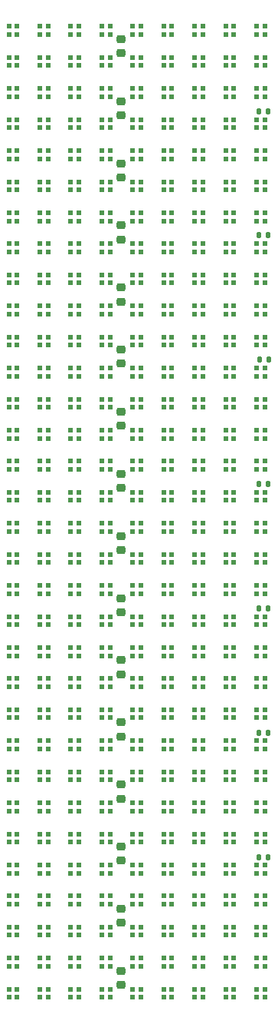
<source format=gbr>
G04 #@! TF.GenerationSoftware,KiCad,Pcbnew,7.0.8*
G04 #@! TF.CreationDate,2023-10-14T22:57:58-04:00*
G04 #@! TF.ProjectId,MicrocontrollerInputModule,4d696372-6f63-46f6-9e74-726f6c6c6572,V2*
G04 #@! TF.SameCoordinates,Original*
G04 #@! TF.FileFunction,Paste,Top*
G04 #@! TF.FilePolarity,Positive*
%FSLAX46Y46*%
G04 Gerber Fmt 4.6, Leading zero omitted, Abs format (unit mm)*
G04 Created by KiCad (PCBNEW 7.0.8) date 2023-10-14 22:57:58*
%MOMM*%
%LPD*%
G01*
G04 APERTURE LIST*
G04 Aperture macros list*
%AMRoundRect*
0 Rectangle with rounded corners*
0 $1 Rounding radius*
0 $2 $3 $4 $5 $6 $7 $8 $9 X,Y pos of 4 corners*
0 Add a 4 corners polygon primitive as box body*
4,1,4,$2,$3,$4,$5,$6,$7,$8,$9,$2,$3,0*
0 Add four circle primitives for the rounded corners*
1,1,$1+$1,$2,$3*
1,1,$1+$1,$4,$5*
1,1,$1+$1,$6,$7*
1,1,$1+$1,$8,$9*
0 Add four rect primitives between the rounded corners*
20,1,$1+$1,$2,$3,$4,$5,0*
20,1,$1+$1,$4,$5,$6,$7,0*
20,1,$1+$1,$6,$7,$8,$9,0*
20,1,$1+$1,$8,$9,$2,$3,0*%
G04 Aperture macros list end*
%ADD10R,0.500000X0.500000*%
%ADD11RoundRect,0.225000X-0.250000X0.225000X-0.250000X-0.225000X0.250000X-0.225000X0.250000X0.225000X0*%
%ADD12RoundRect,0.135000X-0.135000X-0.185000X0.135000X-0.185000X0.135000X0.185000X-0.135000X0.185000X0*%
G04 APERTURE END LIST*
D10*
X56826107Y-116987108D03*
X56826107Y-116087108D03*
X55926107Y-116087108D03*
X55926107Y-116987108D03*
X46557107Y-96449108D03*
X46557107Y-95549108D03*
X45657107Y-95549108D03*
X45657107Y-96449108D03*
X60249107Y-55373108D03*
X60249107Y-54473108D03*
X59349107Y-54473108D03*
X59349107Y-55373108D03*
X53403107Y-34835108D03*
X53403107Y-33935108D03*
X52503107Y-33935108D03*
X52503107Y-34835108D03*
X39711107Y-116987108D03*
X39711107Y-116087108D03*
X38811107Y-116087108D03*
X38811107Y-116987108D03*
X32865107Y-99872108D03*
X32865107Y-98972108D03*
X31965107Y-98972108D03*
X31965107Y-99872108D03*
X49980107Y-69065108D03*
X49980107Y-68165108D03*
X49080107Y-68165108D03*
X49080107Y-69065108D03*
X43134107Y-62219108D03*
X43134107Y-61319108D03*
X42234107Y-61319108D03*
X42234107Y-62219108D03*
X46557107Y-72488108D03*
X46557107Y-71588108D03*
X45657107Y-71588108D03*
X45657107Y-72488108D03*
X60249107Y-58796108D03*
X60249107Y-57896108D03*
X59349107Y-57896108D03*
X59349107Y-58796108D03*
X46557107Y-75911108D03*
X46557107Y-75011108D03*
X45657107Y-75011108D03*
X45657107Y-75911108D03*
X39711107Y-41681108D03*
X39711107Y-40781108D03*
X38811107Y-40781108D03*
X38811107Y-41681108D03*
X60249107Y-86180108D03*
X60249107Y-85280108D03*
X59349107Y-85280108D03*
X59349107Y-86180108D03*
X39711107Y-79334108D03*
X39711107Y-78434108D03*
X38811107Y-78434108D03*
X38811107Y-79334108D03*
X36288107Y-79334108D03*
X36288107Y-78434108D03*
X35388107Y-78434108D03*
X35388107Y-79334108D03*
D11*
X44325000Y-42181000D03*
X44325000Y-43731000D03*
X44325000Y-21643000D03*
X44325000Y-23193000D03*
D10*
X49980107Y-110141108D03*
X49980107Y-109241108D03*
X49080107Y-109241108D03*
X49080107Y-110141108D03*
X46557107Y-65642108D03*
X46557107Y-64742108D03*
X45657107Y-64742108D03*
X45657107Y-65642108D03*
X56826107Y-123833108D03*
X56826107Y-122933108D03*
X55926107Y-122933108D03*
X55926107Y-123833108D03*
X60249107Y-106718108D03*
X60249107Y-105818108D03*
X59349107Y-105818108D03*
X59349107Y-106718108D03*
X32865107Y-127256108D03*
X32865107Y-126356108D03*
X31965107Y-126356108D03*
X31965107Y-127256108D03*
X36288107Y-41681108D03*
X36288107Y-40781108D03*
X35388107Y-40781108D03*
X35388107Y-41681108D03*
X46557107Y-106718108D03*
X46557107Y-105818108D03*
X45657107Y-105818108D03*
X45657107Y-106718108D03*
X56826107Y-99872108D03*
X56826107Y-98972108D03*
X55926107Y-98972108D03*
X55926107Y-99872108D03*
X46557107Y-110141108D03*
X46557107Y-109241108D03*
X45657107Y-109241108D03*
X45657107Y-110141108D03*
X49980107Y-72488108D03*
X49980107Y-71588108D03*
X49080107Y-71588108D03*
X49080107Y-72488108D03*
X39711107Y-62219108D03*
X39711107Y-61319108D03*
X38811107Y-61319108D03*
X38811107Y-62219108D03*
X60249107Y-127256108D03*
X60249107Y-126356108D03*
X59349107Y-126356108D03*
X59349107Y-127256108D03*
X49980107Y-34835108D03*
X49980107Y-33935108D03*
X49080107Y-33935108D03*
X49080107Y-34835108D03*
X36288107Y-75911108D03*
X36288107Y-75011108D03*
X35388107Y-75011108D03*
X35388107Y-75911108D03*
X43134107Y-103295108D03*
X43134107Y-102395108D03*
X42234107Y-102395108D03*
X42234107Y-103295108D03*
X56826107Y-31412108D03*
X56826107Y-30512108D03*
X55926107Y-30512108D03*
X55926107Y-31412108D03*
X49980107Y-96449108D03*
X49980107Y-95549108D03*
X49080107Y-95549108D03*
X49080107Y-96449108D03*
X36288107Y-58796108D03*
X36288107Y-57896108D03*
X35388107Y-57896108D03*
X35388107Y-58796108D03*
X53403107Y-51950108D03*
X53403107Y-51050108D03*
X52503107Y-51050108D03*
X52503107Y-51950108D03*
X43134107Y-127256108D03*
X43134107Y-126356108D03*
X42234107Y-126356108D03*
X42234107Y-127256108D03*
X39711107Y-65642108D03*
X39711107Y-64742108D03*
X38811107Y-64742108D03*
X38811107Y-65642108D03*
X43134107Y-123833108D03*
X43134107Y-122933108D03*
X42234107Y-122933108D03*
X42234107Y-123833108D03*
X39711107Y-127256108D03*
X39711107Y-126356108D03*
X38811107Y-126356108D03*
X38811107Y-127256108D03*
X32865107Y-51950108D03*
X32865107Y-51050108D03*
X31965107Y-51050108D03*
X31965107Y-51950108D03*
X53403107Y-113564108D03*
X53403107Y-112664108D03*
X52503107Y-112664108D03*
X52503107Y-113564108D03*
X53403107Y-79334108D03*
X53403107Y-78434108D03*
X52503107Y-78434108D03*
X52503107Y-79334108D03*
X36288107Y-31412108D03*
X36288107Y-30512108D03*
X35388107Y-30512108D03*
X35388107Y-31412108D03*
X49980107Y-116987108D03*
X49980107Y-116087108D03*
X49080107Y-116087108D03*
X49080107Y-116987108D03*
X60249107Y-45104108D03*
X60249107Y-44204108D03*
X59349107Y-44204108D03*
X59349107Y-45104108D03*
X46557107Y-103295108D03*
X46557107Y-102395108D03*
X45657107Y-102395108D03*
X45657107Y-103295108D03*
X36288107Y-72488108D03*
X36288107Y-71588108D03*
X35388107Y-71588108D03*
X35388107Y-72488108D03*
X43134107Y-79334108D03*
X43134107Y-78434108D03*
X42234107Y-78434108D03*
X42234107Y-79334108D03*
D12*
X59607107Y-43199608D03*
X60627107Y-43199608D03*
D10*
X36288107Y-65642108D03*
X36288107Y-64742108D03*
X35388107Y-64742108D03*
X35388107Y-65642108D03*
X39711107Y-21143108D03*
X39711107Y-20243108D03*
X38811107Y-20243108D03*
X38811107Y-21143108D03*
X56826107Y-103295108D03*
X56826107Y-102395108D03*
X55926107Y-102395108D03*
X55926107Y-103295108D03*
X39711107Y-58796108D03*
X39711107Y-57896108D03*
X38811107Y-57896108D03*
X38811107Y-58796108D03*
X32865107Y-72488108D03*
X32865107Y-71588108D03*
X31965107Y-71588108D03*
X31965107Y-72488108D03*
X36288107Y-99872108D03*
X36288107Y-98972108D03*
X35388107Y-98972108D03*
X35388107Y-99872108D03*
X46557107Y-48527108D03*
X46557107Y-47627108D03*
X45657107Y-47627108D03*
X45657107Y-48527108D03*
X49980107Y-86180108D03*
X49980107Y-85280108D03*
X49080107Y-85280108D03*
X49080107Y-86180108D03*
X46557107Y-113564108D03*
X46557107Y-112664108D03*
X45657107Y-112664108D03*
X45657107Y-113564108D03*
X39711107Y-69065108D03*
X39711107Y-68165108D03*
X38811107Y-68165108D03*
X38811107Y-69065108D03*
X60249107Y-62219108D03*
X60249107Y-61319108D03*
X59349107Y-61319108D03*
X59349107Y-62219108D03*
X46557107Y-21143108D03*
X46557107Y-20243108D03*
X45657107Y-20243108D03*
X45657107Y-21143108D03*
X32865107Y-93026108D03*
X32865107Y-92126108D03*
X31965107Y-92126108D03*
X31965107Y-93026108D03*
X60249107Y-51950108D03*
X60249107Y-51050108D03*
X59349107Y-51050108D03*
X59349107Y-51950108D03*
X32865107Y-110141108D03*
X32865107Y-109241108D03*
X31965107Y-109241108D03*
X31965107Y-110141108D03*
X60249107Y-75911108D03*
X60249107Y-75011108D03*
X59349107Y-75011108D03*
X59349107Y-75911108D03*
D12*
X59580000Y-111793500D03*
X60600000Y-111793500D03*
D10*
X36288107Y-69065108D03*
X36288107Y-68165108D03*
X35388107Y-68165108D03*
X35388107Y-69065108D03*
X43134107Y-72488108D03*
X43134107Y-71588108D03*
X42234107Y-71588108D03*
X42234107Y-72488108D03*
X53403107Y-89603108D03*
X53403107Y-88703108D03*
X52503107Y-88703108D03*
X52503107Y-89603108D03*
X56826107Y-127256108D03*
X56826107Y-126356108D03*
X55926107Y-126356108D03*
X55926107Y-127256108D03*
X32865107Y-58796108D03*
X32865107Y-57896108D03*
X31965107Y-57896108D03*
X31965107Y-58796108D03*
X39711107Y-96449108D03*
X39711107Y-95549108D03*
X38811107Y-95549108D03*
X38811107Y-96449108D03*
X46557107Y-55373108D03*
X46557107Y-54473108D03*
X45657107Y-54473108D03*
X45657107Y-55373108D03*
X49980107Y-120410108D03*
X49980107Y-119510108D03*
X49080107Y-119510108D03*
X49080107Y-120410108D03*
X32865107Y-86180108D03*
X32865107Y-85280108D03*
X31965107Y-85280108D03*
X31965107Y-86180108D03*
X46557107Y-27989108D03*
X46557107Y-27089108D03*
X45657107Y-27089108D03*
X45657107Y-27989108D03*
X60249107Y-48527108D03*
X60249107Y-47627108D03*
X59349107Y-47627108D03*
X59349107Y-48527108D03*
X36288107Y-55373108D03*
X36288107Y-54473108D03*
X35388107Y-54473108D03*
X35388107Y-55373108D03*
X49980107Y-106718108D03*
X49980107Y-105818108D03*
X49080107Y-105818108D03*
X49080107Y-106718108D03*
X46557107Y-38258108D03*
X46557107Y-37358108D03*
X45657107Y-37358108D03*
X45657107Y-38258108D03*
X53403107Y-45104108D03*
X53403107Y-44204108D03*
X52503107Y-44204108D03*
X52503107Y-45104108D03*
X46557107Y-31412108D03*
X46557107Y-30512108D03*
X45657107Y-30512108D03*
X45657107Y-31412108D03*
X43134107Y-58796108D03*
X43134107Y-57896108D03*
X42234107Y-57896108D03*
X42234107Y-58796108D03*
X43134107Y-89603108D03*
X43134107Y-88703108D03*
X42234107Y-88703108D03*
X42234107Y-89603108D03*
X32865107Y-24566108D03*
X32865107Y-23666108D03*
X31965107Y-23666108D03*
X31965107Y-24566108D03*
X36288107Y-51950108D03*
X36288107Y-51050108D03*
X35388107Y-51050108D03*
X35388107Y-51950108D03*
X36288107Y-93026108D03*
X36288107Y-92126108D03*
X35388107Y-92126108D03*
X35388107Y-93026108D03*
X56826107Y-106718108D03*
X56826107Y-105818108D03*
X55926107Y-105818108D03*
X55926107Y-106718108D03*
X43134107Y-51950108D03*
X43134107Y-51050108D03*
X42234107Y-51050108D03*
X42234107Y-51950108D03*
X39711107Y-120410108D03*
X39711107Y-119510108D03*
X38811107Y-119510108D03*
X38811107Y-120410108D03*
X60249107Y-96449108D03*
X60249107Y-95549108D03*
X59349107Y-95549108D03*
X59349107Y-96449108D03*
X60249107Y-38258108D03*
X60249107Y-37358108D03*
X59349107Y-37358108D03*
X59349107Y-38258108D03*
X43134107Y-75911108D03*
X43134107Y-75011108D03*
X42234107Y-75011108D03*
X42234107Y-75911108D03*
X39711107Y-72488108D03*
X39711107Y-71588108D03*
X38811107Y-71588108D03*
X38811107Y-72488108D03*
X43134107Y-106718108D03*
X43134107Y-105818108D03*
X42234107Y-105818108D03*
X42234107Y-106718108D03*
X49980107Y-82757108D03*
X49980107Y-81857108D03*
X49080107Y-81857108D03*
X49080107Y-82757108D03*
X49980107Y-55373108D03*
X49980107Y-54473108D03*
X49080107Y-54473108D03*
X49080107Y-55373108D03*
X36288107Y-106718108D03*
X36288107Y-105818108D03*
X35388107Y-105818108D03*
X35388107Y-106718108D03*
X49980107Y-113564108D03*
X49980107Y-112664108D03*
X49080107Y-112664108D03*
X49080107Y-113564108D03*
D11*
X44325000Y-49027000D03*
X44325000Y-50577000D03*
D10*
X32865107Y-123833108D03*
X32865107Y-122933108D03*
X31965107Y-122933108D03*
X31965107Y-123833108D03*
X46557107Y-51950108D03*
X46557107Y-51050108D03*
X45657107Y-51050108D03*
X45657107Y-51950108D03*
X53403107Y-86180108D03*
X53403107Y-85280108D03*
X52503107Y-85280108D03*
X52503107Y-86180108D03*
X39711107Y-103295108D03*
X39711107Y-102395108D03*
X38811107Y-102395108D03*
X38811107Y-103295108D03*
X46557107Y-34835108D03*
X46557107Y-33935108D03*
X45657107Y-33935108D03*
X45657107Y-34835108D03*
X36288107Y-110141108D03*
X36288107Y-109241108D03*
X35388107Y-109241108D03*
X35388107Y-110141108D03*
X43134107Y-24566108D03*
X43134107Y-23666108D03*
X42234107Y-23666108D03*
X42234107Y-24566108D03*
X46557107Y-82757108D03*
X46557107Y-81857108D03*
X45657107Y-81857108D03*
X45657107Y-82757108D03*
X36288107Y-103295108D03*
X36288107Y-102395108D03*
X35388107Y-102395108D03*
X35388107Y-103295108D03*
X53403107Y-82757108D03*
X53403107Y-81857108D03*
X52503107Y-81857108D03*
X52503107Y-82757108D03*
X39711107Y-113564108D03*
X39711107Y-112664108D03*
X38811107Y-112664108D03*
X38811107Y-113564108D03*
X60249107Y-82757108D03*
X60249107Y-81857108D03*
X59349107Y-81857108D03*
X59349107Y-82757108D03*
X49980107Y-21143108D03*
X49980107Y-20243108D03*
X49080107Y-20243108D03*
X49080107Y-21143108D03*
X49980107Y-123833108D03*
X49980107Y-122933108D03*
X49080107Y-122933108D03*
X49080107Y-123833108D03*
X46557107Y-89603108D03*
X46557107Y-88703108D03*
X45657107Y-88703108D03*
X45657107Y-89603108D03*
X36288107Y-82757108D03*
X36288107Y-81857108D03*
X35388107Y-81857108D03*
X35388107Y-82757108D03*
X60249107Y-120410108D03*
X60249107Y-119510108D03*
X59349107Y-119510108D03*
X59349107Y-120410108D03*
X53403107Y-75911108D03*
X53403107Y-75011108D03*
X52503107Y-75011108D03*
X52503107Y-75911108D03*
X49980107Y-127256108D03*
X49980107Y-126356108D03*
X49080107Y-126356108D03*
X49080107Y-127256108D03*
X53403107Y-103295108D03*
X53403107Y-102395108D03*
X52503107Y-102395108D03*
X52503107Y-103295108D03*
X32865107Y-120410108D03*
X32865107Y-119510108D03*
X31965107Y-119510108D03*
X31965107Y-120410108D03*
X49980107Y-31412108D03*
X49980107Y-30512108D03*
X49080107Y-30512108D03*
X49080107Y-31412108D03*
X32865107Y-38258108D03*
X32865107Y-37358108D03*
X31965107Y-37358108D03*
X31965107Y-38258108D03*
X53403107Y-24566108D03*
X53403107Y-23666108D03*
X52503107Y-23666108D03*
X52503107Y-24566108D03*
X39711107Y-82757108D03*
X39711107Y-81857108D03*
X38811107Y-81857108D03*
X38811107Y-82757108D03*
X56826107Y-93026108D03*
X56826107Y-92126108D03*
X55926107Y-92126108D03*
X55926107Y-93026108D03*
X49980107Y-79334108D03*
X49980107Y-78434108D03*
X49080107Y-78434108D03*
X49080107Y-79334108D03*
X49980107Y-27989108D03*
X49980107Y-27089108D03*
X49080107Y-27089108D03*
X49080107Y-27989108D03*
X53403107Y-72488108D03*
X53403107Y-71588108D03*
X52503107Y-71588108D03*
X52503107Y-72488108D03*
X36288107Y-45104108D03*
X36288107Y-44204108D03*
X35388107Y-44204108D03*
X35388107Y-45104108D03*
X56826107Y-96449108D03*
X56826107Y-95549108D03*
X55926107Y-95549108D03*
X55926107Y-96449108D03*
X60249107Y-103295108D03*
X60249107Y-102395108D03*
X59349107Y-102395108D03*
X59349107Y-103295108D03*
X49980107Y-62219108D03*
X49980107Y-61319108D03*
X49080107Y-61319108D03*
X49080107Y-62219108D03*
X56826107Y-38258108D03*
X56826107Y-37358108D03*
X55926107Y-37358108D03*
X55926107Y-38258108D03*
X39711107Y-45104108D03*
X39711107Y-44204108D03*
X38811107Y-44204108D03*
X38811107Y-45104108D03*
X36288107Y-123833108D03*
X36288107Y-122933108D03*
X35388107Y-122933108D03*
X35388107Y-123833108D03*
X39711107Y-31412108D03*
X39711107Y-30512108D03*
X38811107Y-30512108D03*
X38811107Y-31412108D03*
X39711107Y-86180108D03*
X39711107Y-85280108D03*
X38811107Y-85280108D03*
X38811107Y-86180108D03*
X53403107Y-69065108D03*
X53403107Y-68165108D03*
X52503107Y-68165108D03*
X52503107Y-69065108D03*
X39711107Y-55373108D03*
X39711107Y-54473108D03*
X38811107Y-54473108D03*
X38811107Y-55373108D03*
X56826107Y-69065108D03*
X56826107Y-68165108D03*
X55926107Y-68165108D03*
X55926107Y-69065108D03*
X53403107Y-106718108D03*
X53403107Y-105818108D03*
X52503107Y-105818108D03*
X52503107Y-106718108D03*
X43134107Y-27989108D03*
X43134107Y-27089108D03*
X42234107Y-27089108D03*
X42234107Y-27989108D03*
X46557107Y-120410108D03*
X46557107Y-119510108D03*
X45657107Y-119510108D03*
X45657107Y-120410108D03*
X49980107Y-58796108D03*
X49980107Y-57896108D03*
X49080107Y-57896108D03*
X49080107Y-58796108D03*
X53403107Y-65642108D03*
X53403107Y-64742108D03*
X52503107Y-64742108D03*
X52503107Y-65642108D03*
X43134107Y-69065108D03*
X43134107Y-68165108D03*
X42234107Y-68165108D03*
X42234107Y-69065108D03*
D12*
X59600000Y-70692500D03*
X60620000Y-70692500D03*
D10*
X39711107Y-99872108D03*
X39711107Y-98972108D03*
X38811107Y-98972108D03*
X38811107Y-99872108D03*
X56826107Y-24566108D03*
X56826107Y-23666108D03*
X55926107Y-23666108D03*
X55926107Y-24566108D03*
X56826107Y-62219108D03*
X56826107Y-61319108D03*
X55926107Y-61319108D03*
X55926107Y-62219108D03*
X56826107Y-120410108D03*
X56826107Y-119510108D03*
X55926107Y-119510108D03*
X55926107Y-120410108D03*
X43134107Y-93026108D03*
X43134107Y-92126108D03*
X42234107Y-92126108D03*
X42234107Y-93026108D03*
X46557107Y-116987108D03*
X46557107Y-116087108D03*
X45657107Y-116087108D03*
X45657107Y-116987108D03*
X36288107Y-24566108D03*
X36288107Y-23666108D03*
X35388107Y-23666108D03*
X35388107Y-24566108D03*
X32865107Y-41681108D03*
X32865107Y-40781108D03*
X31965107Y-40781108D03*
X31965107Y-41681108D03*
X60249107Y-89603108D03*
X60249107Y-88703108D03*
X59349107Y-88703108D03*
X59349107Y-89603108D03*
X53403107Y-48527108D03*
X53403107Y-47627108D03*
X52503107Y-47627108D03*
X52503107Y-48527108D03*
X32865107Y-21143108D03*
X32865107Y-20243108D03*
X31965107Y-20243108D03*
X31965107Y-21143108D03*
X39711107Y-34835108D03*
X39711107Y-33935108D03*
X38811107Y-33935108D03*
X38811107Y-34835108D03*
X60249107Y-34835108D03*
X60249107Y-33935108D03*
X59349107Y-33935108D03*
X59349107Y-34835108D03*
X43134107Y-116987108D03*
X43134107Y-116087108D03*
X42234107Y-116087108D03*
X42234107Y-116987108D03*
X56826107Y-51950108D03*
X56826107Y-51050108D03*
X55926107Y-51050108D03*
X55926107Y-51950108D03*
X39711107Y-110141108D03*
X39711107Y-109241108D03*
X38811107Y-109241108D03*
X38811107Y-110141108D03*
X46557107Y-45104108D03*
X46557107Y-44204108D03*
X45657107Y-44204108D03*
X45657107Y-45104108D03*
X39711107Y-51950108D03*
X39711107Y-51050108D03*
X38811107Y-51050108D03*
X38811107Y-51950108D03*
X60249107Y-31412108D03*
X60249107Y-30512108D03*
X59349107Y-30512108D03*
X59349107Y-31412108D03*
X60249107Y-41681108D03*
X60249107Y-40781108D03*
X59349107Y-40781108D03*
X59349107Y-41681108D03*
X49980107Y-99872108D03*
X49980107Y-98972108D03*
X49080107Y-98972108D03*
X49080107Y-99872108D03*
X46557107Y-62219108D03*
X46557107Y-61319108D03*
X45657107Y-61319108D03*
X45657107Y-62219108D03*
X60249107Y-79334108D03*
X60249107Y-78434108D03*
X59349107Y-78434108D03*
X59349107Y-79334108D03*
X43134107Y-86180108D03*
X43134107Y-85280108D03*
X42234107Y-85280108D03*
X42234107Y-86180108D03*
X43134107Y-110141108D03*
X43134107Y-109241108D03*
X42234107Y-109241108D03*
X42234107Y-110141108D03*
X53403107Y-96449108D03*
X53403107Y-95549108D03*
X52503107Y-95549108D03*
X52503107Y-96449108D03*
X49980107Y-45104108D03*
X49980107Y-44204108D03*
X49080107Y-44204108D03*
X49080107Y-45104108D03*
X53403107Y-31412108D03*
X53403107Y-30512108D03*
X52503107Y-30512108D03*
X52503107Y-31412108D03*
X32865107Y-89603108D03*
X32865107Y-88703108D03*
X31965107Y-88703108D03*
X31965107Y-89603108D03*
D11*
X44325000Y-90103000D03*
X44325000Y-91653000D03*
D10*
X32865107Y-75911108D03*
X32865107Y-75011108D03*
X31965107Y-75011108D03*
X31965107Y-75911108D03*
X32865107Y-55373108D03*
X32865107Y-54473108D03*
X31965107Y-54473108D03*
X31965107Y-55373108D03*
X53403107Y-99872108D03*
X53403107Y-98972108D03*
X52503107Y-98972108D03*
X52503107Y-99872108D03*
X53403107Y-110141108D03*
X53403107Y-109241108D03*
X52503107Y-109241108D03*
X52503107Y-110141108D03*
X60249107Y-123833108D03*
X60249107Y-122933108D03*
X59349107Y-122933108D03*
X59349107Y-123833108D03*
X56826107Y-113564108D03*
X56826107Y-112664108D03*
X55926107Y-112664108D03*
X55926107Y-113564108D03*
D11*
X44325000Y-117487000D03*
X44325000Y-119037000D03*
D10*
X56826107Y-72488108D03*
X56826107Y-71588108D03*
X55926107Y-71588108D03*
X55926107Y-72488108D03*
D12*
X59580000Y-98093500D03*
X60600000Y-98093500D03*
D11*
X44325000Y-110641000D03*
X44325000Y-112191000D03*
D10*
X36288107Y-38258108D03*
X36288107Y-37358108D03*
X35388107Y-37358108D03*
X35388107Y-38258108D03*
X56826107Y-45104108D03*
X56826107Y-44204108D03*
X55926107Y-44204108D03*
X55926107Y-45104108D03*
X32865107Y-106718108D03*
X32865107Y-105818108D03*
X31965107Y-105818108D03*
X31965107Y-106718108D03*
X56826107Y-27989108D03*
X56826107Y-27089108D03*
X55926107Y-27089108D03*
X55926107Y-27989108D03*
X43134107Y-41681108D03*
X43134107Y-40781108D03*
X42234107Y-40781108D03*
X42234107Y-41681108D03*
X36288107Y-113564108D03*
X36288107Y-112664108D03*
X35388107Y-112664108D03*
X35388107Y-113564108D03*
X32865107Y-113564108D03*
X32865107Y-112664108D03*
X31965107Y-112664108D03*
X31965107Y-113564108D03*
D11*
X44325000Y-62719000D03*
X44325000Y-64269000D03*
D10*
X36288107Y-96449108D03*
X36288107Y-95549108D03*
X35388107Y-95549108D03*
X35388107Y-96449108D03*
X53403107Y-62219108D03*
X53403107Y-61319108D03*
X52503107Y-61319108D03*
X52503107Y-62219108D03*
X53403107Y-27989108D03*
X53403107Y-27089108D03*
X52503107Y-27089108D03*
X52503107Y-27989108D03*
X43134107Y-34835108D03*
X43134107Y-33935108D03*
X42234107Y-33935108D03*
X42234107Y-34835108D03*
X46557107Y-99872108D03*
X46557107Y-98972108D03*
X45657107Y-98972108D03*
X45657107Y-99872108D03*
X43134107Y-21143108D03*
X43134107Y-20243108D03*
X42234107Y-20243108D03*
X42234107Y-21143108D03*
D11*
X44325000Y-55873000D03*
X44325000Y-57423000D03*
D10*
X49980107Y-93026108D03*
X49980107Y-92126108D03*
X49080107Y-92126108D03*
X49080107Y-93026108D03*
X56826107Y-58796108D03*
X56826107Y-57896108D03*
X55926107Y-57896108D03*
X55926107Y-58796108D03*
X39711107Y-48527108D03*
X39711107Y-47627108D03*
X38811107Y-47627108D03*
X38811107Y-48527108D03*
X39711107Y-75911108D03*
X39711107Y-75011108D03*
X38811107Y-75011108D03*
X38811107Y-75911108D03*
X39711107Y-93026108D03*
X39711107Y-92126108D03*
X38811107Y-92126108D03*
X38811107Y-93026108D03*
X46557107Y-123833108D03*
X46557107Y-122933108D03*
X45657107Y-122933108D03*
X45657107Y-123833108D03*
X56826107Y-89603108D03*
X56826107Y-88703108D03*
X55926107Y-88703108D03*
X55926107Y-89603108D03*
X46557107Y-24566108D03*
X46557107Y-23666108D03*
X45657107Y-23666108D03*
X45657107Y-24566108D03*
X32865107Y-62219108D03*
X32865107Y-61319108D03*
X31965107Y-61319108D03*
X31965107Y-62219108D03*
X53403107Y-116987108D03*
X53403107Y-116087108D03*
X52503107Y-116087108D03*
X52503107Y-116987108D03*
X49980107Y-41681108D03*
X49980107Y-40781108D03*
X49080107Y-40781108D03*
X49080107Y-41681108D03*
X43134107Y-55373108D03*
X43134107Y-54473108D03*
X42234107Y-54473108D03*
X42234107Y-55373108D03*
X32865107Y-69065108D03*
X32865107Y-68165108D03*
X31965107Y-68165108D03*
X31965107Y-69065108D03*
X53403107Y-55373108D03*
X53403107Y-54473108D03*
X52503107Y-54473108D03*
X52503107Y-55373108D03*
X43134107Y-82757108D03*
X43134107Y-81857108D03*
X42234107Y-81857108D03*
X42234107Y-82757108D03*
X36288107Y-116987108D03*
X36288107Y-116087108D03*
X35388107Y-116087108D03*
X35388107Y-116987108D03*
D11*
X44325000Y-96949000D03*
X44325000Y-98499000D03*
D12*
X59607107Y-29593108D03*
X60627107Y-29593108D03*
X59580000Y-84393500D03*
X60600000Y-84393500D03*
D10*
X43134107Y-65642108D03*
X43134107Y-64742108D03*
X42234107Y-64742108D03*
X42234107Y-65642108D03*
X53403107Y-41681108D03*
X53403107Y-40781108D03*
X52503107Y-40781108D03*
X52503107Y-41681108D03*
X60249107Y-69065108D03*
X60249107Y-68165108D03*
X59349107Y-68165108D03*
X59349107Y-69065108D03*
X32865107Y-31412108D03*
X32865107Y-30512108D03*
X31965107Y-30512108D03*
X31965107Y-31412108D03*
X56826107Y-75911108D03*
X56826107Y-75011108D03*
X55926107Y-75011108D03*
X55926107Y-75911108D03*
X36288107Y-27989108D03*
X36288107Y-27089108D03*
X35388107Y-27089108D03*
X35388107Y-27989108D03*
X56826107Y-34835108D03*
X56826107Y-33935108D03*
X55926107Y-33935108D03*
X55926107Y-34835108D03*
X46557107Y-127256108D03*
X46557107Y-126356108D03*
X45657107Y-126356108D03*
X45657107Y-127256108D03*
X60249107Y-72488108D03*
X60249107Y-71588108D03*
X59349107Y-71588108D03*
X59349107Y-72488108D03*
X39711107Y-123833108D03*
X39711107Y-122933108D03*
X38811107Y-122933108D03*
X38811107Y-123833108D03*
X60249107Y-27989108D03*
X60249107Y-27089108D03*
X59349107Y-27089108D03*
X59349107Y-27989108D03*
X32865107Y-45104108D03*
X32865107Y-44204108D03*
X31965107Y-44204108D03*
X31965107Y-45104108D03*
X36288107Y-127256108D03*
X36288107Y-126356108D03*
X35388107Y-126356108D03*
X35388107Y-127256108D03*
X56826107Y-86180108D03*
X56826107Y-85280108D03*
X55926107Y-85280108D03*
X55926107Y-86180108D03*
X49980107Y-65642108D03*
X49980107Y-64742108D03*
X49080107Y-64742108D03*
X49080107Y-65642108D03*
X56826107Y-41681108D03*
X56826107Y-40781108D03*
X55926107Y-40781108D03*
X55926107Y-41681108D03*
X56826107Y-79334108D03*
X56826107Y-78434108D03*
X55926107Y-78434108D03*
X55926107Y-79334108D03*
X32865107Y-96449108D03*
X32865107Y-95549108D03*
X31965107Y-95549108D03*
X31965107Y-96449108D03*
X43134107Y-99872108D03*
X43134107Y-98972108D03*
X42234107Y-98972108D03*
X42234107Y-99872108D03*
X46557107Y-69065108D03*
X46557107Y-68165108D03*
X45657107Y-68165108D03*
X45657107Y-69065108D03*
X60249107Y-65642108D03*
X60249107Y-64742108D03*
X59349107Y-64742108D03*
X59349107Y-65642108D03*
X46557107Y-79334108D03*
X46557107Y-78434108D03*
X45657107Y-78434108D03*
X45657107Y-79334108D03*
X43134107Y-113564108D03*
X43134107Y-112664108D03*
X42234107Y-112664108D03*
X42234107Y-113564108D03*
X32865107Y-116987108D03*
X32865107Y-116087108D03*
X31965107Y-116087108D03*
X31965107Y-116987108D03*
X36288107Y-120410108D03*
X36288107Y-119510108D03*
X35388107Y-119510108D03*
X35388107Y-120410108D03*
X43134107Y-96449108D03*
X43134107Y-95549108D03*
X42234107Y-95549108D03*
X42234107Y-96449108D03*
X56826107Y-55373108D03*
X56826107Y-54473108D03*
X55926107Y-54473108D03*
X55926107Y-55373108D03*
X32865107Y-82757108D03*
X32865107Y-81857108D03*
X31965107Y-81857108D03*
X31965107Y-82757108D03*
X60249107Y-21143108D03*
X60249107Y-20243108D03*
X59349107Y-20243108D03*
X59349107Y-21143108D03*
X56826107Y-82757108D03*
X56826107Y-81857108D03*
X55926107Y-81857108D03*
X55926107Y-82757108D03*
X49980107Y-89603108D03*
X49980107Y-88703108D03*
X49080107Y-88703108D03*
X49080107Y-89603108D03*
X56826107Y-21143108D03*
X56826107Y-20243108D03*
X55926107Y-20243108D03*
X55926107Y-21143108D03*
X43134107Y-31412108D03*
X43134107Y-30512108D03*
X42234107Y-30512108D03*
X42234107Y-31412108D03*
X43134107Y-48527108D03*
X43134107Y-47627108D03*
X42234107Y-47627108D03*
X42234107Y-48527108D03*
X49980107Y-48527108D03*
X49980107Y-47627108D03*
X49080107Y-47627108D03*
X49080107Y-48527108D03*
X60249107Y-24566108D03*
X60249107Y-23666108D03*
X59349107Y-23666108D03*
X59349107Y-24566108D03*
X56826107Y-48527108D03*
X56826107Y-47627108D03*
X55926107Y-47627108D03*
X55926107Y-48527108D03*
X43134107Y-45104108D03*
X43134107Y-44204108D03*
X42234107Y-44204108D03*
X42234107Y-45104108D03*
X53403107Y-93026108D03*
X53403107Y-92126108D03*
X52503107Y-92126108D03*
X52503107Y-93026108D03*
X39711107Y-38258108D03*
X39711107Y-37358108D03*
X38811107Y-37358108D03*
X38811107Y-38258108D03*
D11*
X44325000Y-28489000D03*
X44325000Y-30039000D03*
D10*
X46557107Y-86180108D03*
X46557107Y-85280108D03*
X45657107Y-85280108D03*
X45657107Y-86180108D03*
X53403107Y-58796108D03*
X53403107Y-57896108D03*
X52503107Y-57896108D03*
X52503107Y-58796108D03*
X60249107Y-113564108D03*
X60249107Y-112664108D03*
X59349107Y-112664108D03*
X59349107Y-113564108D03*
X49980107Y-103295108D03*
X49980107Y-102395108D03*
X49080107Y-102395108D03*
X49080107Y-103295108D03*
X36288107Y-86180108D03*
X36288107Y-85280108D03*
X35388107Y-85280108D03*
X35388107Y-86180108D03*
X46557107Y-93026108D03*
X46557107Y-92126108D03*
X45657107Y-92126108D03*
X45657107Y-93026108D03*
X36288107Y-48527108D03*
X36288107Y-47627108D03*
X35388107Y-47627108D03*
X35388107Y-48527108D03*
X43134107Y-38258108D03*
X43134107Y-37358108D03*
X42234107Y-37358108D03*
X42234107Y-38258108D03*
X56826107Y-65642108D03*
X56826107Y-64742108D03*
X55926107Y-64742108D03*
X55926107Y-65642108D03*
X49980107Y-38258108D03*
X49980107Y-37358108D03*
X49080107Y-37358108D03*
X49080107Y-38258108D03*
X32865107Y-79334108D03*
X32865107Y-78434108D03*
X31965107Y-78434108D03*
X31965107Y-79334108D03*
X32865107Y-27989108D03*
X32865107Y-27089108D03*
X31965107Y-27089108D03*
X31965107Y-27989108D03*
X43134107Y-120410108D03*
X43134107Y-119510108D03*
X42234107Y-119510108D03*
X42234107Y-120410108D03*
X32865107Y-48527108D03*
X32865107Y-47627108D03*
X31965107Y-47627108D03*
X31965107Y-48527108D03*
X56826107Y-110141108D03*
X56826107Y-109241108D03*
X55926107Y-109241108D03*
X55926107Y-110141108D03*
X49980107Y-24566108D03*
X49980107Y-23666108D03*
X49080107Y-23666108D03*
X49080107Y-24566108D03*
X46557107Y-41681108D03*
X46557107Y-40781108D03*
X45657107Y-40781108D03*
X45657107Y-41681108D03*
X60249107Y-99872108D03*
X60249107Y-98972108D03*
X59349107Y-98972108D03*
X59349107Y-99872108D03*
D11*
X44325000Y-76411000D03*
X44325000Y-77961000D03*
D10*
X39711107Y-24566108D03*
X39711107Y-23666108D03*
X38811107Y-23666108D03*
X38811107Y-24566108D03*
X49980107Y-51950108D03*
X49980107Y-51050108D03*
X49080107Y-51050108D03*
X49080107Y-51950108D03*
X60249107Y-110141108D03*
X60249107Y-109241108D03*
X59349107Y-109241108D03*
X59349107Y-110141108D03*
D11*
X44325000Y-69565000D03*
X44325000Y-71115000D03*
D10*
X60249107Y-116987108D03*
X60249107Y-116087108D03*
X59349107Y-116087108D03*
X59349107Y-116987108D03*
X36288107Y-34835108D03*
X36288107Y-33935108D03*
X35388107Y-33935108D03*
X35388107Y-34835108D03*
X39711107Y-27989108D03*
X39711107Y-27089108D03*
X38811107Y-27089108D03*
X38811107Y-27989108D03*
X53403107Y-120410108D03*
X53403107Y-119510108D03*
X52503107Y-119510108D03*
X52503107Y-120410108D03*
X32865107Y-103295108D03*
X32865107Y-102395108D03*
X31965107Y-102395108D03*
X31965107Y-103295108D03*
D11*
X44325000Y-103795000D03*
X44325000Y-105345000D03*
X44325000Y-35335000D03*
X44325000Y-36885000D03*
X44325000Y-124333000D03*
X44325000Y-125883000D03*
D10*
X36288107Y-21143108D03*
X36288107Y-20243108D03*
X35388107Y-20243108D03*
X35388107Y-21143108D03*
X53403107Y-38258108D03*
X53403107Y-37358108D03*
X52503107Y-37358108D03*
X52503107Y-38258108D03*
X36288107Y-89603108D03*
X36288107Y-88703108D03*
X35388107Y-88703108D03*
X35388107Y-89603108D03*
X53403107Y-127256108D03*
X53403107Y-126356108D03*
X52503107Y-126356108D03*
X52503107Y-127256108D03*
X46557107Y-58796108D03*
X46557107Y-57896108D03*
X45657107Y-57896108D03*
X45657107Y-58796108D03*
X32865107Y-65642108D03*
X32865107Y-64742108D03*
X31965107Y-64742108D03*
X31965107Y-65642108D03*
X53403107Y-21143108D03*
X53403107Y-20243108D03*
X52503107Y-20243108D03*
X52503107Y-21143108D03*
X39711107Y-89603108D03*
X39711107Y-88703108D03*
X38811107Y-88703108D03*
X38811107Y-89603108D03*
X36288107Y-62219108D03*
X36288107Y-61319108D03*
X35388107Y-61319108D03*
X35388107Y-62219108D03*
X32865107Y-34835108D03*
X32865107Y-33935108D03*
X31965107Y-33935108D03*
X31965107Y-34835108D03*
X49980107Y-75911108D03*
X49980107Y-75011108D03*
X49080107Y-75011108D03*
X49080107Y-75911108D03*
X60249107Y-93026108D03*
X60249107Y-92126108D03*
X59349107Y-92126108D03*
X59349107Y-93026108D03*
X53403107Y-123833108D03*
X53403107Y-122933108D03*
X52503107Y-122933108D03*
X52503107Y-123833108D03*
D12*
X59699999Y-56992500D03*
X60719999Y-56992500D03*
D11*
X44325000Y-83257000D03*
X44325000Y-84807000D03*
D10*
X39711107Y-106718108D03*
X39711107Y-105818108D03*
X38811107Y-105818108D03*
X38811107Y-106718108D03*
M02*

</source>
